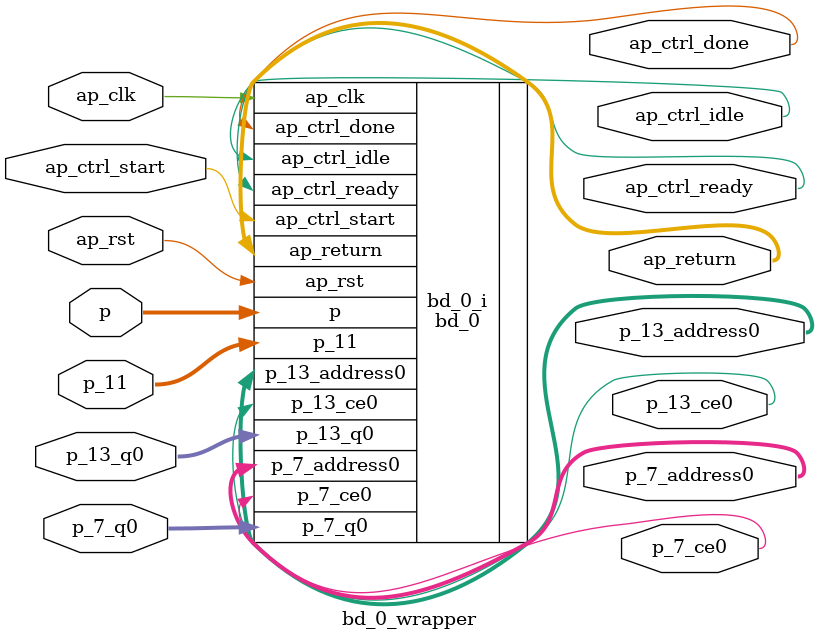
<source format=v>
`timescale 1 ps / 1 ps

module bd_0_wrapper
   (ap_clk,
    ap_ctrl_done,
    ap_ctrl_idle,
    ap_ctrl_ready,
    ap_ctrl_start,
    ap_return,
    ap_rst,
    p,
    p_11,
    p_13_address0,
    p_13_ce0,
    p_13_q0,
    p_7_address0,
    p_7_ce0,
    p_7_q0);
  input ap_clk;
  output ap_ctrl_done;
  output ap_ctrl_idle;
  output ap_ctrl_ready;
  input ap_ctrl_start;
  output [31:0]ap_return;
  input ap_rst;
  input [7:0]p;
  input [31:0]p_11;
  output [2:0]p_13_address0;
  output p_13_ce0;
  input [7:0]p_13_q0;
  output [2:0]p_7_address0;
  output p_7_ce0;
  input [63:0]p_7_q0;

  wire ap_clk;
  wire ap_ctrl_done;
  wire ap_ctrl_idle;
  wire ap_ctrl_ready;
  wire ap_ctrl_start;
  wire [31:0]ap_return;
  wire ap_rst;
  wire [7:0]p;
  wire [31:0]p_11;
  wire [2:0]p_13_address0;
  wire p_13_ce0;
  wire [7:0]p_13_q0;
  wire [2:0]p_7_address0;
  wire p_7_ce0;
  wire [63:0]p_7_q0;

  bd_0 bd_0_i
       (.ap_clk(ap_clk),
        .ap_ctrl_done(ap_ctrl_done),
        .ap_ctrl_idle(ap_ctrl_idle),
        .ap_ctrl_ready(ap_ctrl_ready),
        .ap_ctrl_start(ap_ctrl_start),
        .ap_return(ap_return),
        .ap_rst(ap_rst),
        .p(p),
        .p_11(p_11),
        .p_13_address0(p_13_address0),
        .p_13_ce0(p_13_ce0),
        .p_13_q0(p_13_q0),
        .p_7_address0(p_7_address0),
        .p_7_ce0(p_7_ce0),
        .p_7_q0(p_7_q0));
endmodule

</source>
